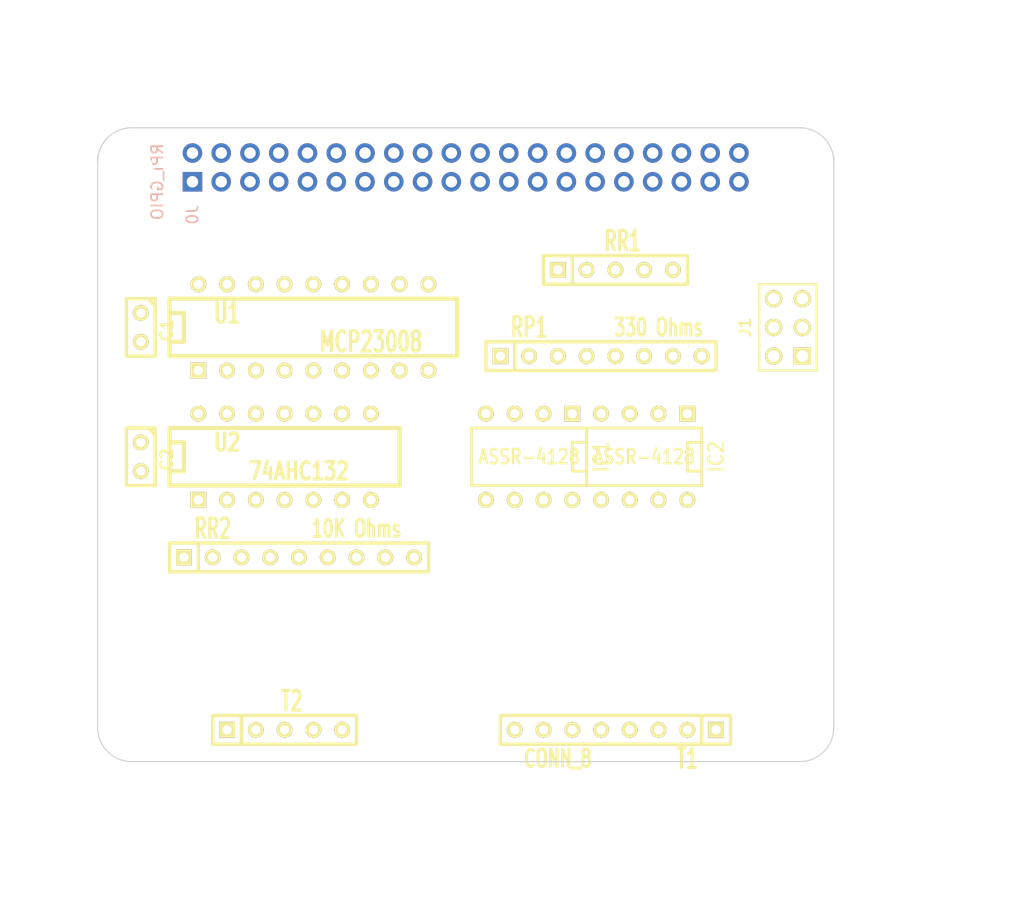
<source format=kicad_pcb>
(kicad_pcb (version 3) (host pcbnew "(2013-june-11)-stable")

  (general
    (links 66)
    (no_connects 66)
    (area 38.050999 31.843999 103.151001 87.944001)
    (thickness 1.6)
    (drawings 16)
    (tracks 0)
    (zones 0)
    (modules 17)
    (nets 36)
  )

  (page USLetter)
  (title_block 
    (company "Deepwoods Software")
  )

  (layers
    (15 F.Cu signal)
    (0 B.Cu signal)
    (16 B.Adhes user)
    (17 F.Adhes user)
    (18 B.Paste user)
    (19 F.Paste user)
    (20 B.SilkS user)
    (21 F.SilkS user)
    (22 B.Mask user)
    (23 F.Mask user)
    (24 Dwgs.User user)
    (25 Cmts.User user)
    (26 Eco1.User user)
    (27 Eco2.User user)
    (28 Edge.Cuts user)
  )

  (setup
    (last_trace_width 0.25)
    (user_trace_width 0.01)
    (user_trace_width 0.02)
    (user_trace_width 0.05)
    (user_trace_width 0.1)
    (user_trace_width 0.2)
    (trace_clearance 0.2)
    (zone_clearance 0.508)
    (zone_45_only no)
    (trace_min 0.01)
    (segment_width 0.2)
    (edge_width 0.1)
    (via_size 0.6)
    (via_drill 0.4)
    (via_min_size 0.4)
    (via_min_drill 0.3)
    (uvia_size 0.3)
    (uvia_drill 0.1)
    (uvias_allowed no)
    (uvia_min_size 0.2)
    (uvia_min_drill 0.1)
    (pcb_text_width 0.3)
    (pcb_text_size 1.5 1.5)
    (mod_edge_width 0.15)
    (mod_text_size 1 1)
    (mod_text_width 0.15)
    (pad_size 2.75 2.75)
    (pad_drill 2.75)
    (pad_to_mask_clearance 0)
    (aux_axis_origin 0 0)
    (visible_elements 7FFEFFFF)
    (pcbplotparams
      (layerselection 3178497)
      (usegerberextensions false)
      (excludeedgelayer true)
      (linewidth 0.100000)
      (plotframeref false)
      (viasonmask false)
      (mode 1)
      (useauxorigin false)
      (hpglpennumber 1)
      (hpglpenspeed 20)
      (hpglpendiameter 15)
      (hpglpenoverlay 2)
      (psnegative false)
      (psa4output false)
      (plotreference true)
      (plotvalue true)
      (plotothertext true)
      (plotinvisibletext false)
      (padsonsilk false)
      (subtractmaskfromsilk false)
      (outputformat 1)
      (mirror false)
      (drillshape 0)
      (scaleselection 1)
      (outputdirectory meta/))
  )

  (net 0 "")
  (net 1 GND)
  (net 2 N-000001)
  (net 3 N-0000010)
  (net 4 N-0000011)
  (net 5 N-0000012)
  (net 6 N-0000013)
  (net 7 N-0000014)
  (net 8 N-0000015)
  (net 9 N-0000017)
  (net 10 N-0000018)
  (net 11 N-0000019)
  (net 12 N-0000020)
  (net 13 N-0000021)
  (net 14 N-0000022)
  (net 15 N-0000023)
  (net 16 N-0000024)
  (net 17 N-0000025)
  (net 18 N-0000026)
  (net 19 N-0000027)
  (net 20 N-0000029)
  (net 21 N-000003)
  (net 22 N-000004)
  (net 23 N-0000041)
  (net 24 N-0000043)
  (net 25 N-000005)
  (net 26 N-0000060)
  (net 27 N-0000061)
  (net 28 N-0000062)
  (net 29 N-0000063)
  (net 30 N-0000064)
  (net 31 N-0000065)
  (net 32 N-000007)
  (net 33 N-000008)
  (net 34 N-000009)
  (net 35 VDD)

  (net_class Default "This is the default net class."
    (clearance 0.2)
    (trace_width 0.25)
    (via_dia 0.6)
    (via_drill 0.4)
    (uvia_dia 0.3)
    (uvia_drill 0.1)
    (add_net "")
    (add_net GND)
    (add_net N-000001)
    (add_net N-0000010)
    (add_net N-0000011)
    (add_net N-0000012)
    (add_net N-0000013)
    (add_net N-0000014)
    (add_net N-0000015)
    (add_net N-0000017)
    (add_net N-0000018)
    (add_net N-0000019)
    (add_net N-0000020)
    (add_net N-0000021)
    (add_net N-0000022)
    (add_net N-0000023)
    (add_net N-0000024)
    (add_net N-0000025)
    (add_net N-0000026)
    (add_net N-0000027)
    (add_net N-0000029)
    (add_net N-000003)
    (add_net N-000004)
    (add_net N-0000041)
    (add_net N-0000043)
    (add_net N-000005)
    (add_net N-0000060)
    (add_net N-0000061)
    (add_net N-0000062)
    (add_net N-0000063)
    (add_net N-0000064)
    (add_net N-0000065)
    (add_net N-000007)
    (add_net N-000008)
    (add_net N-000009)
    (add_net VDD)
  )

  (module RPi_Hat:Pin_Header_Straight_2x20   locked (layer B.Cu) (tedit 580FA54B) (tstamp 5516AEA0)
    (at 70.601 35.394 90)
    (descr "Through hole pin header")
    (tags "pin header")
    (path /5516AE26)
    (fp_text reference J0 (at -4.191 -24.13 90) (layer B.SilkS)
      (effects (font (size 1 1) (thickness 0.15)) (justify mirror))
    )
    (fp_text value RPi_GPIO (at -1.27 -27.23 90) (layer B.SilkS)
      (effects (font (size 1 1) (thickness 0.15)) (justify mirror))
    )
    (fp_line (start -3.02 -25.88) (end -3.02 25.92) (layer Cmts.User) (width 0.05))
    (fp_line (start 3.03 -25.88) (end 3.03 25.92) (layer Cmts.User) (width 0.05))
    (fp_line (start -3.02 -25.88) (end 3.03 -25.88) (layer Cmts.User) (width 0.05))
    (fp_line (start -3.02 25.92) (end 3.03 25.92) (layer Cmts.User) (width 0.05))
    (fp_line (start 2.54 25.4) (end 2.54 -25.4) (layer Cmts.User) (width 0.15))
    (fp_line (start -2.54 -22.86) (end -2.54 25.4) (layer Cmts.User) (width 0.15))
    (fp_line (start 2.54 25.4) (end -2.54 25.4) (layer Cmts.User) (width 0.15))
    (fp_line (start 2.54 -25.4) (end 0 -25.4) (layer Cmts.User) (width 0.15))
    (fp_line (start -1.27 -25.68) (end -2.82 -25.68) (layer Cmts.User) (width 0.15))
    (fp_line (start 0 -25.4) (end 0 -22.86) (layer Cmts.User) (width 0.15))
    (fp_line (start 0 -22.86) (end -2.54 -22.86) (layer Cmts.User) (width 0.15))
    (fp_line (start -2.82 -25.68) (end -2.82 -24.13) (layer Cmts.User) (width 0.15))
    (pad 1 thru_hole rect (at -1.27 -24.13 90) (size 1.7272 1.7272) (drill 1.016)
      (layers *.Cu *.Mask)
      (net 35 VDD)
    )
    (pad 2 thru_hole oval (at 1.27 -24.13 90) (size 1.7272 1.7272) (drill 1.016)
      (layers *.Cu *.Mask)
    )
    (pad 3 thru_hole oval (at -1.27 -21.59 90) (size 1.7272 1.7272) (drill 1.016)
      (layers *.Cu *.Mask)
      (net 24 N-0000043)
    )
    (pad 4 thru_hole oval (at 1.27 -21.59 90) (size 1.7272 1.7272) (drill 1.016)
      (layers *.Cu *.Mask)
    )
    (pad 5 thru_hole oval (at -1.27 -19.05 90) (size 1.7272 1.7272) (drill 1.016)
      (layers *.Cu *.Mask)
      (net 23 N-0000041)
    )
    (pad 6 thru_hole oval (at 1.27 -19.05 90) (size 1.7272 1.7272) (drill 1.016)
      (layers *.Cu *.Mask)
      (net 1 GND)
    )
    (pad 7 thru_hole oval (at -1.27 -16.51 90) (size 1.7272 1.7272) (drill 1.016)
      (layers *.Cu *.Mask)
    )
    (pad 8 thru_hole oval (at 1.27 -16.51 90) (size 1.7272 1.7272) (drill 1.016)
      (layers *.Cu *.Mask)
    )
    (pad 9 thru_hole oval (at -1.27 -13.97 90) (size 1.7272 1.7272) (drill 1.016)
      (layers *.Cu *.Mask)
      (net 1 GND)
    )
    (pad 10 thru_hole oval (at 1.27 -13.97 90) (size 1.7272 1.7272) (drill 1.016)
      (layers *.Cu *.Mask)
    )
    (pad 11 thru_hole oval (at -1.27 -11.43 90) (size 1.7272 1.7272) (drill 1.016)
      (layers *.Cu *.Mask)
    )
    (pad 12 thru_hole oval (at 1.27 -11.43 90) (size 1.7272 1.7272) (drill 1.016)
      (layers *.Cu *.Mask)
    )
    (pad 13 thru_hole oval (at -1.27 -8.89 90) (size 1.7272 1.7272) (drill 1.016)
      (layers *.Cu *.Mask)
    )
    (pad 14 thru_hole oval (at 1.27 -8.89 90) (size 1.7272 1.7272) (drill 1.016)
      (layers *.Cu *.Mask)
      (net 1 GND)
    )
    (pad 15 thru_hole oval (at -1.27 -6.35 90) (size 1.7272 1.7272) (drill 1.016)
      (layers *.Cu *.Mask)
    )
    (pad 16 thru_hole oval (at 1.27 -6.35 90) (size 1.7272 1.7272) (drill 1.016)
      (layers *.Cu *.Mask)
    )
    (pad 17 thru_hole oval (at -1.27 -3.81 90) (size 1.7272 1.7272) (drill 1.016)
      (layers *.Cu *.Mask)
      (net 35 VDD)
    )
    (pad 18 thru_hole oval (at 1.27 -3.81 90) (size 1.7272 1.7272) (drill 1.016)
      (layers *.Cu *.Mask)
    )
    (pad 19 thru_hole oval (at -1.27 -1.27 90) (size 1.7272 1.7272) (drill 1.016)
      (layers *.Cu *.Mask)
    )
    (pad 20 thru_hole oval (at 1.27 -1.27 90) (size 1.7272 1.7272) (drill 1.016)
      (layers *.Cu *.Mask)
      (net 1 GND)
    )
    (pad 21 thru_hole oval (at -1.27 1.27 90) (size 1.7272 1.7272) (drill 1.016)
      (layers *.Cu *.Mask)
    )
    (pad 22 thru_hole oval (at 1.27 1.27 90) (size 1.7272 1.7272) (drill 1.016)
      (layers *.Cu *.Mask)
    )
    (pad 23 thru_hole oval (at -1.27 3.81 90) (size 1.7272 1.7272) (drill 1.016)
      (layers *.Cu *.Mask)
    )
    (pad 24 thru_hole oval (at 1.27 3.81 90) (size 1.7272 1.7272) (drill 1.016)
      (layers *.Cu *.Mask)
    )
    (pad 25 thru_hole oval (at -1.27 6.35 90) (size 1.7272 1.7272) (drill 1.016)
      (layers *.Cu *.Mask)
      (net 1 GND)
    )
    (pad 26 thru_hole oval (at 1.27 6.35 90) (size 1.7272 1.7272) (drill 1.016)
      (layers *.Cu *.Mask)
    )
    (pad 27 thru_hole oval (at -1.27 8.89 90) (size 1.7272 1.7272) (drill 1.016)
      (layers *.Cu *.Mask)
    )
    (pad 28 thru_hole oval (at 1.27 8.89 90) (size 1.7272 1.7272) (drill 1.016)
      (layers *.Cu *.Mask)
    )
    (pad 29 thru_hole oval (at -1.27 11.43 90) (size 1.7272 1.7272) (drill 1.016)
      (layers *.Cu *.Mask)
    )
    (pad 30 thru_hole oval (at 1.27 11.43 90) (size 1.7272 1.7272) (drill 1.016)
      (layers *.Cu *.Mask)
      (net 1 GND)
    )
    (pad 31 thru_hole oval (at -1.27 13.97 90) (size 1.7272 1.7272) (drill 1.016)
      (layers *.Cu *.Mask)
    )
    (pad 32 thru_hole oval (at 1.27 13.97 90) (size 1.7272 1.7272) (drill 1.016)
      (layers *.Cu *.Mask)
    )
    (pad 33 thru_hole oval (at -1.27 16.51 90) (size 1.7272 1.7272) (drill 1.016)
      (layers *.Cu *.Mask)
    )
    (pad 34 thru_hole oval (at 1.27 16.51 90) (size 1.7272 1.7272) (drill 1.016)
      (layers *.Cu *.Mask)
      (net 1 GND)
    )
    (pad 35 thru_hole oval (at -1.27 19.05 90) (size 1.7272 1.7272) (drill 1.016)
      (layers *.Cu *.Mask)
    )
    (pad 36 thru_hole oval (at 1.27 19.05 90) (size 1.7272 1.7272) (drill 1.016)
      (layers *.Cu *.Mask)
    )
    (pad 37 thru_hole oval (at -1.27 21.59 90) (size 1.7272 1.7272) (drill 1.016)
      (layers *.Cu *.Mask)
    )
    (pad 38 thru_hole oval (at 1.27 21.59 90) (size 1.7272 1.7272) (drill 1.016)
      (layers *.Cu *.Mask)
    )
    (pad 39 thru_hole oval (at -1.27 24.13 90) (size 1.7272 1.7272) (drill 1.016)
      (layers *.Cu *.Mask)
      (net 1 GND)
    )
    (pad 40 thru_hole oval (at 1.27 24.13 90) (size 1.7272 1.7272) (drill 1.016)
      (layers *.Cu *.Mask)
    )
    (model Pin_Headers.3dshapes/Pin_Header_Straight_2x20.wrl
      (at (xyz 0 0 0))
      (scale (xyz 1 1 1))
      (rotate (xyz 0 0 90))
    )
  )

  (module RPi_Hat:RPi_Hat_Mounting_Hole   locked (layer B.Cu) (tedit 580FABD5) (tstamp 5515DEA9)
    (at 99.601 35.394)
    (descr "Mounting hole, Befestigungsbohrung, 2,7mm, No Annular, Kein Restring,")
    (tags "Mounting hole, Befestigungsbohrung, 2,7mm, No Annular, Kein Restring,")
    (fp_text reference H2 (at 0 -4.0005) (layer B.SilkS) hide
      (effects (font (size 1 1) (thickness 0.15)) (justify mirror))
    )
    (fp_text value "" (at 0.09906 3.59918) (layer B.SilkS) hide
      (effects (font (size 1 1) (thickness 0.15)) (justify mirror))
    )
    (fp_circle (center 0 0) (end 1.375 0) (layer Cmts.User) (width 0.15))
    (fp_circle (center 0 0) (end 3.1 0) (layer Cmts.User) (width 0.15))
    (fp_circle (center 0 0) (end 3.1 0) (layer Cmts.User) (width 0.15))
    (fp_circle (center 0 0) (end 1.375 0) (layer Cmts.User) (width 0.15))
    (fp_circle (center 0 0) (end 3.1 0) (layer Cmts.User) (width 0.15))
    (fp_circle (center 0 0) (end 3.1 0) (layer Cmts.User) (width 0.15))
    (pad "" np_thru_hole circle (at 0 0) (size 2.75 2.75) (drill 2.75)
      (layers *.Cu *.Mask)
      (solder_mask_margin 1.725)
      (clearance 1.725)
    )
  )

  (module RPi_Hat:RPi_Hat_Mounting_Hole   locked (layer B.Cu) (tedit 580FABF4) (tstamp 55169DC9)
    (at 99.601 84.394)
    (descr "Mounting hole, Befestigungsbohrung, 2,7mm, No Annular, Kein Restring,")
    (tags "Mounting hole, Befestigungsbohrung, 2,7mm, No Annular, Kein Restring,")
    (fp_text reference H4 (at 0 -4.0005) (layer B.SilkS) hide
      (effects (font (size 1 1) (thickness 0.15)) (justify mirror))
    )
    (fp_text value "" (at 0.09906 3.59918) (layer B.SilkS) hide
      (effects (font (size 1 1) (thickness 0.15)) (justify mirror))
    )
    (fp_circle (center 0 0) (end 1.375 0) (layer Cmts.User) (width 0.15))
    (fp_circle (center 0 0) (end 3.1 0) (layer Cmts.User) (width 0.15))
    (fp_circle (center 0 0) (end 3.1 0) (layer Cmts.User) (width 0.15))
    (fp_circle (center 0 0) (end 1.375 0) (layer Cmts.User) (width 0.15))
    (fp_circle (center 0 0) (end 3.1 0) (layer Cmts.User) (width 0.15))
    (fp_circle (center 0 0) (end 3.1 0) (layer Cmts.User) (width 0.15))
    (pad "" np_thru_hole circle (at 0 0) (size 2.75 2.75) (drill 2.75)
      (layers *.Cu *.Mask)
      (solder_mask_margin 1.725)
      (clearance 1.725)
    )
  )

  (module RPi_Hat:RPi_Hat_Mounting_Hole   locked (layer B.Cu) (tedit 580FABE5) (tstamp 5515DECC)
    (at 41.601 84.394)
    (descr "Mounting hole, Befestigungsbohrung, 2,7mm, No Annular, Kein Restring,")
    (tags "Mounting hole, Befestigungsbohrung, 2,7mm, No Annular, Kein Restring,")
    (fp_text reference H3 (at 0 -4.0005) (layer B.SilkS) hide
      (effects (font (size 1 1) (thickness 0.15)) (justify mirror))
    )
    (fp_text value "" (at 0.09906 3.59918) (layer B.SilkS) hide
      (effects (font (size 1 1) (thickness 0.15)) (justify mirror))
    )
    (fp_circle (center 0 0) (end 1.375 0) (layer Cmts.User) (width 0.15))
    (fp_circle (center 0 0) (end 3.1 0) (layer Cmts.User) (width 0.15))
    (fp_circle (center 0 0) (end 3.1 0) (layer Cmts.User) (width 0.15))
    (fp_circle (center 0 0) (end 1.375 0) (layer Cmts.User) (width 0.15))
    (fp_circle (center 0 0) (end 3.1 0) (layer Cmts.User) (width 0.15))
    (fp_circle (center 0 0) (end 3.1 0) (layer Cmts.User) (width 0.15))
    (pad "" np_thru_hole circle (at 0 0) (size 2.75 2.75) (drill 2.75)
      (layers *.Cu *.Mask)
      (solder_mask_margin 1.725)
      (clearance 1.725)
    )
  )

  (module RPi_Hat:RPi_Hat_Mounting_Hole   locked (layer B.Cu) (tedit 580FABC5) (tstamp 5515DEBF)
    (at 41.601 35.394)
    (descr "Mounting hole, Befestigungsbohrung, 2,7mm, No Annular, Kein Restring,")
    (tags "Mounting hole, Befestigungsbohrung, 2,7mm, No Annular, Kein Restring,")
    (fp_text reference H1 (at 0 -4.0005) (layer B.SilkS) hide
      (effects (font (size 1 1) (thickness 0.15)) (justify mirror))
    )
    (fp_text value "" (at 0.09906 3.59918) (layer B.SilkS) hide
      (effects (font (size 1 1) (thickness 0.15)) (justify mirror))
    )
    (fp_circle (center 0 0) (end 1.375 0) (layer Cmts.User) (width 0.15))
    (fp_circle (center 0 0) (end 3.1 0) (layer Cmts.User) (width 0.15))
    (fp_circle (center 0 0) (end 3.1 0) (layer Cmts.User) (width 0.15))
    (fp_circle (center 0 0) (end 1.375 0) (layer Cmts.User) (width 0.15))
    (fp_circle (center 0 0) (end 3.1 0) (layer Cmts.User) (width 0.15))
    (fp_circle (center 0 0) (end 3.1 0) (layer Cmts.User) (width 0.15))
    (pad "" np_thru_hole circle (at 0 0) (size 2.75 2.75) (drill 2.75)
      (layers *.Cu *.Mask)
      (solder_mask_margin 1.725)
      (clearance 1.725)
    )
  )

  (module SIL-9 (layer F.Cu) (tedit 200000) (tstamp 58920679)
    (at 55.88 69.85)
    (descr "Connecteur 9 pins")
    (tags "CONN DEV")
    (path /58914989)
    (fp_text reference RR2 (at -7.62 -2.54) (layer F.SilkS)
      (effects (font (size 1.72974 1.08712) (thickness 0.3048)))
    )
    (fp_text value "10K Ohms" (at 5.08 -2.54) (layer F.SilkS)
      (effects (font (size 1.524 1.016) (thickness 0.3048)))
    )
    (fp_line (start 11.43 -1.27) (end 11.43 1.27) (layer F.SilkS) (width 0.3048))
    (fp_line (start 11.43 1.27) (end -11.43 1.27) (layer F.SilkS) (width 0.3048))
    (fp_line (start -11.43 1.27) (end -11.43 -1.27) (layer F.SilkS) (width 0.3048))
    (fp_line (start 11.43 -1.27) (end -11.43 -1.27) (layer F.SilkS) (width 0.3048))
    (fp_line (start -8.89 -1.27) (end -8.89 1.27) (layer F.SilkS) (width 0.3048))
    (pad 1 thru_hole rect (at -10.16 0) (size 1.397 1.397) (drill 0.8128)
      (layers *.Cu *.Mask F.SilkS)
      (net 35 VDD)
    )
    (pad 2 thru_hole circle (at -7.62 0) (size 1.397 1.397) (drill 0.8128)
      (layers *.Cu *.Mask F.SilkS)
      (net 16 N-0000024)
    )
    (pad 3 thru_hole circle (at -5.08 0) (size 1.397 1.397) (drill 0.8128)
      (layers *.Cu *.Mask F.SilkS)
      (net 2 N-000001)
    )
    (pad 4 thru_hole circle (at -2.54 0) (size 1.397 1.397) (drill 0.8128)
      (layers *.Cu *.Mask F.SilkS)
      (net 15 N-0000023)
    )
    (pad 5 thru_hole circle (at 0 0) (size 1.397 1.397) (drill 0.8128)
      (layers *.Cu *.Mask F.SilkS)
      (net 25 N-000005)
    )
    (pad 6 thru_hole circle (at 2.54 0) (size 1.397 1.397) (drill 0.8128)
      (layers *.Cu *.Mask F.SilkS)
      (net 7 N-0000014)
    )
    (pad 7 thru_hole circle (at 5.08 0) (size 1.397 1.397) (drill 0.8128)
      (layers *.Cu *.Mask F.SilkS)
      (net 22 N-000004)
    )
    (pad 8 thru_hole circle (at 7.62 0) (size 1.397 1.397) (drill 0.8128)
      (layers *.Cu *.Mask F.SilkS)
      (net 6 N-0000013)
    )
    (pad 9 thru_hole circle (at 10.16 0) (size 1.397 1.397) (drill 0.8128)
      (layers *.Cu *.Mask F.SilkS)
      (net 21 N-000003)
    )
  )

  (module SIL-8 (layer F.Cu) (tedit 200000) (tstamp 5892068A)
    (at 83.82 85.09 180)
    (descr "Connecteur 8 pins")
    (tags "CONN DEV")
    (path /58914DBB)
    (fp_text reference T1 (at -6.35 -2.54 180) (layer F.SilkS)
      (effects (font (size 1.72974 1.08712) (thickness 0.3048)))
    )
    (fp_text value CONN_8 (at 5.08 -2.54 180) (layer F.SilkS)
      (effects (font (size 1.524 1.016) (thickness 0.3048)))
    )
    (fp_line (start -10.16 -1.27) (end 10.16 -1.27) (layer F.SilkS) (width 0.3048))
    (fp_line (start 10.16 -1.27) (end 10.16 1.27) (layer F.SilkS) (width 0.3048))
    (fp_line (start 10.16 1.27) (end -10.16 1.27) (layer F.SilkS) (width 0.3048))
    (fp_line (start -10.16 1.27) (end -10.16 -1.27) (layer F.SilkS) (width 0.3048))
    (fp_line (start -7.62 1.27) (end -7.62 -1.27) (layer F.SilkS) (width 0.3048))
    (pad 1 thru_hole rect (at -8.89 0 180) (size 1.397 1.397) (drill 0.8128)
      (layers *.Cu *.Mask F.SilkS)
      (net 14 N-0000022)
    )
    (pad 2 thru_hole circle (at -6.35 0 180) (size 1.397 1.397) (drill 0.8128)
      (layers *.Cu *.Mask F.SilkS)
      (net 13 N-0000021)
    )
    (pad 3 thru_hole circle (at -3.81 0 180) (size 1.397 1.397) (drill 0.8128)
      (layers *.Cu *.Mask F.SilkS)
      (net 12 N-0000020)
    )
    (pad 4 thru_hole circle (at -1.27 0 180) (size 1.397 1.397) (drill 0.8128)
      (layers *.Cu *.Mask F.SilkS)
      (net 11 N-0000019)
    )
    (pad 5 thru_hole circle (at 1.27 0 180) (size 1.397 1.397) (drill 0.8128)
      (layers *.Cu *.Mask F.SilkS)
      (net 10 N-0000018)
    )
    (pad 6 thru_hole circle (at 3.81 0 180) (size 1.397 1.397) (drill 0.8128)
      (layers *.Cu *.Mask F.SilkS)
      (net 19 N-0000027)
    )
    (pad 7 thru_hole circle (at 6.35 0 180) (size 1.397 1.397) (drill 0.8128)
      (layers *.Cu *.Mask F.SilkS)
      (net 18 N-0000026)
    )
    (pad 8 thru_hole circle (at 8.89 0 180) (size 1.397 1.397) (drill 0.8128)
      (layers *.Cu *.Mask F.SilkS)
      (net 17 N-0000025)
    )
  )

  (module SIL-8 (layer F.Cu) (tedit 200000) (tstamp 5892069B)
    (at 82.55 52.07)
    (descr "Connecteur 8 pins")
    (tags "CONN DEV")
    (path /5891FBF0)
    (fp_text reference RP1 (at -6.35 -2.54) (layer F.SilkS)
      (effects (font (size 1.72974 1.08712) (thickness 0.3048)))
    )
    (fp_text value "330 Ohms" (at 5.08 -2.54) (layer F.SilkS)
      (effects (font (size 1.524 1.016) (thickness 0.3048)))
    )
    (fp_line (start -10.16 -1.27) (end 10.16 -1.27) (layer F.SilkS) (width 0.3048))
    (fp_line (start 10.16 -1.27) (end 10.16 1.27) (layer F.SilkS) (width 0.3048))
    (fp_line (start 10.16 1.27) (end -10.16 1.27) (layer F.SilkS) (width 0.3048))
    (fp_line (start -10.16 1.27) (end -10.16 -1.27) (layer F.SilkS) (width 0.3048))
    (fp_line (start -7.62 1.27) (end -7.62 -1.27) (layer F.SilkS) (width 0.3048))
    (pad 1 thru_hole rect (at -8.89 0) (size 1.397 1.397) (drill 0.8128)
      (layers *.Cu *.Mask F.SilkS)
      (net 5 N-0000012)
    )
    (pad 2 thru_hole circle (at -6.35 0) (size 1.397 1.397) (drill 0.8128)
      (layers *.Cu *.Mask F.SilkS)
      (net 27 N-0000061)
    )
    (pad 3 thru_hole circle (at -3.81 0) (size 1.397 1.397) (drill 0.8128)
      (layers *.Cu *.Mask F.SilkS)
      (net 4 N-0000011)
    )
    (pad 4 thru_hole circle (at -1.27 0) (size 1.397 1.397) (drill 0.8128)
      (layers *.Cu *.Mask F.SilkS)
      (net 26 N-0000060)
    )
    (pad 5 thru_hole circle (at 1.27 0) (size 1.397 1.397) (drill 0.8128)
      (layers *.Cu *.Mask F.SilkS)
      (net 9 N-0000017)
    )
    (pad 6 thru_hole circle (at 3.81 0) (size 1.397 1.397) (drill 0.8128)
      (layers *.Cu *.Mask F.SilkS)
      (net 31 N-0000065)
    )
    (pad 7 thru_hole circle (at 6.35 0) (size 1.397 1.397) (drill 0.8128)
      (layers *.Cu *.Mask F.SilkS)
    )
    (pad 8 thru_hole circle (at 8.89 0) (size 1.397 1.397) (drill 0.8128)
      (layers *.Cu *.Mask F.SilkS)
      (net 8 N-0000015)
    )
  )

  (module SIL-5 (layer F.Cu) (tedit 200000) (tstamp 589206A9)
    (at 85.09 44.45)
    (descr "Connecteur 5 pins")
    (tags "CONN DEV")
    (path /589105E8)
    (fp_text reference RR1 (at -0.635 -2.54) (layer F.SilkS)
      (effects (font (size 1.72974 1.08712) (thickness 0.3048)))
    )
    (fp_text value "10K Ohms" (at 0 -2.54) (layer F.SilkS) hide
      (effects (font (size 1.524 1.016) (thickness 0.3048)))
    )
    (fp_line (start -7.62 1.27) (end -7.62 -1.27) (layer F.SilkS) (width 0.3048))
    (fp_line (start -7.62 -1.27) (end 5.08 -1.27) (layer F.SilkS) (width 0.3048))
    (fp_line (start 5.08 -1.27) (end 5.08 1.27) (layer F.SilkS) (width 0.3048))
    (fp_line (start 5.08 1.27) (end -7.62 1.27) (layer F.SilkS) (width 0.3048))
    (fp_line (start -5.08 1.27) (end -5.08 -1.27) (layer F.SilkS) (width 0.3048))
    (pad 1 thru_hole rect (at -6.35 0) (size 1.397 1.397) (drill 0.8128)
      (layers *.Cu *.Mask F.SilkS)
      (net 35 VDD)
    )
    (pad 2 thru_hole circle (at -3.81 0) (size 1.397 1.397) (drill 0.8128)
      (layers *.Cu *.Mask F.SilkS)
      (net 28 N-0000062)
    )
    (pad 3 thru_hole circle (at -1.27 0) (size 1.397 1.397) (drill 0.8128)
      (layers *.Cu *.Mask F.SilkS)
      (net 30 N-0000064)
    )
    (pad 4 thru_hole circle (at 1.27 0) (size 1.397 1.397) (drill 0.8128)
      (layers *.Cu *.Mask F.SilkS)
      (net 29 N-0000063)
    )
    (pad 5 thru_hole circle (at 3.81 0) (size 1.397 1.397) (drill 0.8128)
      (layers *.Cu *.Mask F.SilkS)
      (net 20 N-0000029)
    )
  )

  (module SIL-5 (layer F.Cu) (tedit 200000) (tstamp 589206B7)
    (at 55.88 85.09)
    (descr "Connecteur 5 pins")
    (tags "CONN DEV")
    (path /58915323)
    (fp_text reference T2 (at -0.635 -2.54) (layer F.SilkS)
      (effects (font (size 1.72974 1.08712) (thickness 0.3048)))
    )
    (fp_text value CONN_5 (at 0 -2.54) (layer F.SilkS) hide
      (effects (font (size 1.524 1.016) (thickness 0.3048)))
    )
    (fp_line (start -7.62 1.27) (end -7.62 -1.27) (layer F.SilkS) (width 0.3048))
    (fp_line (start -7.62 -1.27) (end 5.08 -1.27) (layer F.SilkS) (width 0.3048))
    (fp_line (start 5.08 -1.27) (end 5.08 1.27) (layer F.SilkS) (width 0.3048))
    (fp_line (start 5.08 1.27) (end -7.62 1.27) (layer F.SilkS) (width 0.3048))
    (fp_line (start -5.08 1.27) (end -5.08 -1.27) (layer F.SilkS) (width 0.3048))
    (pad 1 thru_hole rect (at -6.35 0) (size 1.397 1.397) (drill 0.8128)
      (layers *.Cu *.Mask F.SilkS)
      (net 16 N-0000024)
    )
    (pad 2 thru_hole circle (at -3.81 0) (size 1.397 1.397) (drill 0.8128)
      (layers *.Cu *.Mask F.SilkS)
      (net 15 N-0000023)
    )
    (pad 3 thru_hole circle (at -1.27 0) (size 1.397 1.397) (drill 0.8128)
      (layers *.Cu *.Mask F.SilkS)
      (net 7 N-0000014)
    )
    (pad 4 thru_hole circle (at 1.27 0) (size 1.397 1.397) (drill 0.8128)
      (layers *.Cu *.Mask F.SilkS)
      (net 6 N-0000013)
    )
    (pad 5 thru_hole circle (at 3.81 0) (size 1.397 1.397) (drill 0.8128)
      (layers *.Cu *.Mask F.SilkS)
      (net 1 GND)
    )
  )

  (module pin_array_3x2 (layer F.Cu) (tedit 42931587) (tstamp 589206C5)
    (at 99.06 49.53 90)
    (descr "Double rangee de contacts 2 x 4 pins")
    (tags CONN)
    (path /589102CA)
    (fp_text reference J1 (at 0 -3.81 90) (layer F.SilkS)
      (effects (font (size 1.016 1.016) (thickness 0.2032)))
    )
    (fp_text value CONN_3X2 (at 0 3.81 90) (layer F.SilkS) hide
      (effects (font (size 1.016 1.016) (thickness 0.2032)))
    )
    (fp_line (start 3.81 2.54) (end -3.81 2.54) (layer F.SilkS) (width 0.2032))
    (fp_line (start -3.81 -2.54) (end 3.81 -2.54) (layer F.SilkS) (width 0.2032))
    (fp_line (start 3.81 -2.54) (end 3.81 2.54) (layer F.SilkS) (width 0.2032))
    (fp_line (start -3.81 2.54) (end -3.81 -2.54) (layer F.SilkS) (width 0.2032))
    (pad 1 thru_hole rect (at -2.54 1.27 90) (size 1.524 1.524) (drill 1.016)
      (layers *.Cu *.Mask F.SilkS)
      (net 1 GND)
    )
    (pad 2 thru_hole circle (at -2.54 -1.27 90) (size 1.524 1.524) (drill 1.016)
      (layers *.Cu *.Mask F.SilkS)
      (net 28 N-0000062)
    )
    (pad 3 thru_hole circle (at 0 1.27 90) (size 1.524 1.524) (drill 1.016)
      (layers *.Cu *.Mask F.SilkS)
      (net 1 GND)
    )
    (pad 4 thru_hole circle (at 0 -1.27 90) (size 1.524 1.524) (drill 1.016)
      (layers *.Cu *.Mask F.SilkS)
      (net 30 N-0000064)
    )
    (pad 5 thru_hole circle (at 2.54 1.27 90) (size 1.524 1.524) (drill 1.016)
      (layers *.Cu *.Mask F.SilkS)
      (net 1 GND)
    )
    (pad 6 thru_hole circle (at 2.54 -1.27 90) (size 1.524 1.524) (drill 1.016)
      (layers *.Cu *.Mask F.SilkS)
      (net 29 N-0000063)
    )
    (model pin_array/pins_array_3x2.wrl
      (at (xyz 0 0 0))
      (scale (xyz 1 1 1))
      (rotate (xyz 0 0 0))
    )
  )

  (module DIP-8__300 (layer F.Cu) (tedit 43A7F843) (tstamp 589206D8)
    (at 76.2 60.96 180)
    (descr "8 pins DIL package, round pads")
    (tags DIL)
    (path /58913B07)
    (fp_text reference IC1 (at -6.35 0 270) (layer F.SilkS)
      (effects (font (size 1.27 1.143) (thickness 0.2032)))
    )
    (fp_text value ASSR-4128 (at 0 0 180) (layer F.SilkS)
      (effects (font (size 1.27 1.016) (thickness 0.2032)))
    )
    (fp_line (start -5.08 -1.27) (end -3.81 -1.27) (layer F.SilkS) (width 0.254))
    (fp_line (start -3.81 -1.27) (end -3.81 1.27) (layer F.SilkS) (width 0.254))
    (fp_line (start -3.81 1.27) (end -5.08 1.27) (layer F.SilkS) (width 0.254))
    (fp_line (start -5.08 -2.54) (end 5.08 -2.54) (layer F.SilkS) (width 0.254))
    (fp_line (start 5.08 -2.54) (end 5.08 2.54) (layer F.SilkS) (width 0.254))
    (fp_line (start 5.08 2.54) (end -5.08 2.54) (layer F.SilkS) (width 0.254))
    (fp_line (start -5.08 2.54) (end -5.08 -2.54) (layer F.SilkS) (width 0.254))
    (pad 1 thru_hole rect (at -3.81 3.81 180) (size 1.397 1.397) (drill 0.8128)
      (layers *.Cu *.Mask F.SilkS)
      (net 27 N-0000061)
    )
    (pad 2 thru_hole circle (at -1.27 3.81 180) (size 1.397 1.397) (drill 0.8128)
      (layers *.Cu *.Mask F.SilkS)
      (net 1 GND)
    )
    (pad 3 thru_hole circle (at 1.27 3.81 180) (size 1.397 1.397) (drill 0.8128)
      (layers *.Cu *.Mask F.SilkS)
      (net 26 N-0000060)
    )
    (pad 4 thru_hole circle (at 3.81 3.81 180) (size 1.397 1.397) (drill 0.8128)
      (layers *.Cu *.Mask F.SilkS)
      (net 1 GND)
    )
    (pad 5 thru_hole circle (at 3.81 -3.81 180) (size 1.397 1.397) (drill 0.8128)
      (layers *.Cu *.Mask F.SilkS)
      (net 11 N-0000019)
    )
    (pad 6 thru_hole circle (at 1.27 -3.81 180) (size 1.397 1.397) (drill 0.8128)
      (layers *.Cu *.Mask F.SilkS)
      (net 12 N-0000020)
    )
    (pad 7 thru_hole circle (at -1.27 -3.81 180) (size 1.397 1.397) (drill 0.8128)
      (layers *.Cu *.Mask F.SilkS)
      (net 13 N-0000021)
    )
    (pad 8 thru_hole circle (at -3.81 -3.81 180) (size 1.397 1.397) (drill 0.8128)
      (layers *.Cu *.Mask F.SilkS)
      (net 14 N-0000022)
    )
    (model dil/dil_8.wrl
      (at (xyz 0 0 0))
      (scale (xyz 1 1 1))
      (rotate (xyz 0 0 0))
    )
  )

  (module DIP-8__300 (layer F.Cu) (tedit 43A7F843) (tstamp 589206EB)
    (at 86.36 60.96 180)
    (descr "8 pins DIL package, round pads")
    (tags DIL)
    (path /58913B3E)
    (fp_text reference IC2 (at -6.35 0 270) (layer F.SilkS)
      (effects (font (size 1.27 1.143) (thickness 0.2032)))
    )
    (fp_text value ASSR-4128 (at 0 0 180) (layer F.SilkS)
      (effects (font (size 1.27 1.016) (thickness 0.2032)))
    )
    (fp_line (start -5.08 -1.27) (end -3.81 -1.27) (layer F.SilkS) (width 0.254))
    (fp_line (start -3.81 -1.27) (end -3.81 1.27) (layer F.SilkS) (width 0.254))
    (fp_line (start -3.81 1.27) (end -5.08 1.27) (layer F.SilkS) (width 0.254))
    (fp_line (start -5.08 -2.54) (end 5.08 -2.54) (layer F.SilkS) (width 0.254))
    (fp_line (start 5.08 -2.54) (end 5.08 2.54) (layer F.SilkS) (width 0.254))
    (fp_line (start 5.08 2.54) (end -5.08 2.54) (layer F.SilkS) (width 0.254))
    (fp_line (start -5.08 2.54) (end -5.08 -2.54) (layer F.SilkS) (width 0.254))
    (pad 1 thru_hole rect (at -3.81 3.81 180) (size 1.397 1.397) (drill 0.8128)
      (layers *.Cu *.Mask F.SilkS)
      (net 31 N-0000065)
    )
    (pad 2 thru_hole circle (at -1.27 3.81 180) (size 1.397 1.397) (drill 0.8128)
      (layers *.Cu *.Mask F.SilkS)
      (net 1 GND)
    )
    (pad 3 thru_hole circle (at 1.27 3.81 180) (size 1.397 1.397) (drill 0.8128)
      (layers *.Cu *.Mask F.SilkS)
      (net 8 N-0000015)
    )
    (pad 4 thru_hole circle (at 3.81 3.81 180) (size 1.397 1.397) (drill 0.8128)
      (layers *.Cu *.Mask F.SilkS)
      (net 1 GND)
    )
    (pad 5 thru_hole circle (at 3.81 -3.81 180) (size 1.397 1.397) (drill 0.8128)
      (layers *.Cu *.Mask F.SilkS)
      (net 17 N-0000025)
    )
    (pad 6 thru_hole circle (at 1.27 -3.81 180) (size 1.397 1.397) (drill 0.8128)
      (layers *.Cu *.Mask F.SilkS)
      (net 18 N-0000026)
    )
    (pad 7 thru_hole circle (at -1.27 -3.81 180) (size 1.397 1.397) (drill 0.8128)
      (layers *.Cu *.Mask F.SilkS)
      (net 19 N-0000027)
    )
    (pad 8 thru_hole circle (at -3.81 -3.81 180) (size 1.397 1.397) (drill 0.8128)
      (layers *.Cu *.Mask F.SilkS)
      (net 10 N-0000018)
    )
    (model dil/dil_8.wrl
      (at (xyz 0 0 0))
      (scale (xyz 1 1 1))
      (rotate (xyz 0 0 0))
    )
  )

  (module DIP-18__300 (layer F.Cu) (tedit 200000) (tstamp 58920708)
    (at 57.15 49.53)
    (descr "8 pins DIL package, round pads")
    (path /5890FF83)
    (fp_text reference U1 (at -7.62 -1.27) (layer F.SilkS)
      (effects (font (size 1.778 1.143) (thickness 0.3048)))
    )
    (fp_text value MCP23008 (at 5.08 1.27) (layer F.SilkS)
      (effects (font (size 1.778 1.143) (thickness 0.3048)))
    )
    (fp_line (start -12.7 -1.27) (end -11.43 -1.27) (layer F.SilkS) (width 0.381))
    (fp_line (start -11.43 -1.27) (end -11.43 1.27) (layer F.SilkS) (width 0.381))
    (fp_line (start -11.43 1.27) (end -12.7 1.27) (layer F.SilkS) (width 0.381))
    (fp_line (start -12.7 -2.54) (end 12.7 -2.54) (layer F.SilkS) (width 0.381))
    (fp_line (start 12.7 -2.54) (end 12.7 2.54) (layer F.SilkS) (width 0.381))
    (fp_line (start 12.7 2.54) (end -12.7 2.54) (layer F.SilkS) (width 0.381))
    (fp_line (start -12.7 2.54) (end -12.7 -2.54) (layer F.SilkS) (width 0.381))
    (pad 1 thru_hole rect (at -10.16 3.81) (size 1.397 1.397) (drill 0.8128)
      (layers *.Cu *.Mask F.SilkS)
      (net 23 N-0000041)
    )
    (pad 2 thru_hole circle (at -7.62 3.81) (size 1.397 1.397) (drill 0.8128)
      (layers *.Cu *.Mask F.SilkS)
      (net 24 N-0000043)
    )
    (pad 3 thru_hole circle (at -5.08 3.81) (size 1.397 1.397) (drill 0.8128)
      (layers *.Cu *.Mask F.SilkS)
      (net 28 N-0000062)
    )
    (pad 4 thru_hole circle (at -2.54 3.81) (size 1.397 1.397) (drill 0.8128)
      (layers *.Cu *.Mask F.SilkS)
      (net 30 N-0000064)
    )
    (pad 5 thru_hole circle (at 0 3.81) (size 1.397 1.397) (drill 0.8128)
      (layers *.Cu *.Mask F.SilkS)
      (net 29 N-0000063)
    )
    (pad 6 thru_hole circle (at 2.54 3.81) (size 1.397 1.397) (drill 0.8128)
      (layers *.Cu *.Mask F.SilkS)
      (net 20 N-0000029)
    )
    (pad 7 thru_hole circle (at 5.08 3.81) (size 1.397 1.397) (drill 0.8128)
      (layers *.Cu *.Mask F.SilkS)
    )
    (pad 8 thru_hole circle (at 7.62 3.81) (size 1.397 1.397) (drill 0.8128)
      (layers *.Cu *.Mask F.SilkS)
    )
    (pad 9 thru_hole circle (at 10.16 3.81) (size 1.397 1.397) (drill 0.8128)
      (layers *.Cu *.Mask F.SilkS)
      (net 1 GND)
    )
    (pad 10 thru_hole circle (at 10.16 -3.81) (size 1.397 1.397) (drill 0.8128)
      (layers *.Cu *.Mask F.SilkS)
      (net 5 N-0000012)
    )
    (pad 11 thru_hole circle (at 7.62 -3.81) (size 1.397 1.397) (drill 0.8128)
      (layers *.Cu *.Mask F.SilkS)
      (net 4 N-0000011)
    )
    (pad 12 thru_hole circle (at 5.08 -3.81) (size 1.397 1.397) (drill 0.8128)
      (layers *.Cu *.Mask F.SilkS)
      (net 9 N-0000017)
    )
    (pad 13 thru_hole circle (at 2.54 -3.81) (size 1.397 1.397) (drill 0.8128)
      (layers *.Cu *.Mask F.SilkS)
    )
    (pad 14 thru_hole circle (at 0 -3.81) (size 1.397 1.397) (drill 0.8128)
      (layers *.Cu *.Mask F.SilkS)
      (net 3 N-0000010)
    )
    (pad 15 thru_hole circle (at -2.54 -3.81) (size 1.397 1.397) (drill 0.8128)
      (layers *.Cu *.Mask F.SilkS)
      (net 34 N-000009)
    )
    (pad 16 thru_hole circle (at -5.08 -3.81) (size 1.397 1.397) (drill 0.8128)
      (layers *.Cu *.Mask F.SilkS)
      (net 33 N-000008)
    )
    (pad 17 thru_hole circle (at -7.62 -3.81) (size 1.397 1.397) (drill 0.8128)
      (layers *.Cu *.Mask F.SilkS)
      (net 32 N-000007)
    )
    (pad 18 thru_hole circle (at -10.16 -3.81) (size 1.397 1.397) (drill 0.8128)
      (layers *.Cu *.Mask F.SilkS)
      (net 35 VDD)
    )
    (model dil/dil_18.wrl
      (at (xyz 0 0 0))
      (scale (xyz 1 1 1))
      (rotate (xyz 0 0 0))
    )
  )

  (module DIP-14__300 (layer F.Cu) (tedit 200000) (tstamp 58920721)
    (at 54.61 60.96)
    (descr "14 pins DIL package, round pads")
    (tags DIL)
    (path /589147C8)
    (fp_text reference U2 (at -5.08 -1.27) (layer F.SilkS)
      (effects (font (size 1.524 1.143) (thickness 0.3048)))
    )
    (fp_text value 74AHC132 (at 1.27 1.27) (layer F.SilkS)
      (effects (font (size 1.524 1.143) (thickness 0.3048)))
    )
    (fp_line (start -10.16 -2.54) (end 10.16 -2.54) (layer F.SilkS) (width 0.381))
    (fp_line (start 10.16 2.54) (end -10.16 2.54) (layer F.SilkS) (width 0.381))
    (fp_line (start -10.16 2.54) (end -10.16 -2.54) (layer F.SilkS) (width 0.381))
    (fp_line (start -10.16 -1.27) (end -8.89 -1.27) (layer F.SilkS) (width 0.381))
    (fp_line (start -8.89 -1.27) (end -8.89 1.27) (layer F.SilkS) (width 0.381))
    (fp_line (start -8.89 1.27) (end -10.16 1.27) (layer F.SilkS) (width 0.381))
    (fp_line (start 10.16 -2.54) (end 10.16 2.54) (layer F.SilkS) (width 0.381))
    (pad 1 thru_hole rect (at -7.62 3.81) (size 1.397 1.397) (drill 0.8128)
      (layers *.Cu *.Mask F.SilkS)
      (net 16 N-0000024)
    )
    (pad 2 thru_hole circle (at -5.08 3.81) (size 1.397 1.397) (drill 0.8128)
      (layers *.Cu *.Mask F.SilkS)
      (net 2 N-000001)
    )
    (pad 3 thru_hole circle (at -2.54 3.81) (size 1.397 1.397) (drill 0.8128)
      (layers *.Cu *.Mask F.SilkS)
      (net 3 N-0000010)
    )
    (pad 4 thru_hole circle (at 0 3.81) (size 1.397 1.397) (drill 0.8128)
      (layers *.Cu *.Mask F.SilkS)
      (net 15 N-0000023)
    )
    (pad 5 thru_hole circle (at 2.54 3.81) (size 1.397 1.397) (drill 0.8128)
      (layers *.Cu *.Mask F.SilkS)
      (net 25 N-000005)
    )
    (pad 6 thru_hole circle (at 5.08 3.81) (size 1.397 1.397) (drill 0.8128)
      (layers *.Cu *.Mask F.SilkS)
      (net 34 N-000009)
    )
    (pad 7 thru_hole circle (at 7.62 3.81) (size 1.397 1.397) (drill 0.8128)
      (layers *.Cu *.Mask F.SilkS)
      (net 1 GND)
    )
    (pad 8 thru_hole circle (at 7.62 -3.81) (size 1.397 1.397) (drill 0.8128)
      (layers *.Cu *.Mask F.SilkS)
      (net 33 N-000008)
    )
    (pad 9 thru_hole circle (at 5.08 -3.81) (size 1.397 1.397) (drill 0.8128)
      (layers *.Cu *.Mask F.SilkS)
      (net 7 N-0000014)
    )
    (pad 10 thru_hole circle (at 2.54 -3.81) (size 1.397 1.397) (drill 0.8128)
      (layers *.Cu *.Mask F.SilkS)
      (net 22 N-000004)
    )
    (pad 11 thru_hole circle (at 0 -3.81) (size 1.397 1.397) (drill 0.8128)
      (layers *.Cu *.Mask F.SilkS)
      (net 32 N-000007)
    )
    (pad 12 thru_hole circle (at -2.54 -3.81) (size 1.397 1.397) (drill 0.8128)
      (layers *.Cu *.Mask F.SilkS)
      (net 6 N-0000013)
    )
    (pad 13 thru_hole circle (at -5.08 -3.81) (size 1.397 1.397) (drill 0.8128)
      (layers *.Cu *.Mask F.SilkS)
      (net 21 N-000003)
    )
    (pad 14 thru_hole circle (at -7.62 -3.81) (size 1.397 1.397) (drill 0.8128)
      (layers *.Cu *.Mask F.SilkS)
      (net 35 VDD)
    )
    (model dil/dil_14.wrl
      (at (xyz 0 0 0))
      (scale (xyz 1 1 1))
      (rotate (xyz 0 0 0))
    )
  )

  (module C1 (layer F.Cu) (tedit 3F92C496) (tstamp 5892072C)
    (at 41.91 49.53 270)
    (descr "Condensateur e = 1 pas")
    (tags C)
    (path /5892054E)
    (fp_text reference C1 (at 0.254 -2.286 270) (layer F.SilkS)
      (effects (font (size 1.016 1.016) (thickness 0.2032)))
    )
    (fp_text value ".1 uf" (at 0 -2.286 270) (layer F.SilkS) hide
      (effects (font (size 1.016 1.016) (thickness 0.2032)))
    )
    (fp_line (start -2.4892 -1.27) (end 2.54 -1.27) (layer F.SilkS) (width 0.3048))
    (fp_line (start 2.54 -1.27) (end 2.54 1.27) (layer F.SilkS) (width 0.3048))
    (fp_line (start 2.54 1.27) (end -2.54 1.27) (layer F.SilkS) (width 0.3048))
    (fp_line (start -2.54 1.27) (end -2.54 -1.27) (layer F.SilkS) (width 0.3048))
    (fp_line (start -2.54 -0.635) (end -1.905 -1.27) (layer F.SilkS) (width 0.3048))
    (pad 1 thru_hole circle (at -1.27 0 270) (size 1.397 1.397) (drill 0.8128)
      (layers *.Cu *.Mask F.SilkS)
      (net 35 VDD)
    )
    (pad 2 thru_hole circle (at 1.27 0 270) (size 1.397 1.397) (drill 0.8128)
      (layers *.Cu *.Mask F.SilkS)
      (net 1 GND)
    )
    (model discret/capa_1_pas.wrl
      (at (xyz 0 0 0))
      (scale (xyz 1 1 1))
      (rotate (xyz 0 0 0))
    )
  )

  (module C1 (layer F.Cu) (tedit 3F92C496) (tstamp 58920737)
    (at 41.91 60.96 270)
    (descr "Condensateur e = 1 pas")
    (tags C)
    (path /5892055D)
    (fp_text reference C2 (at 0.254 -2.286 270) (layer F.SilkS)
      (effects (font (size 1.016 1.016) (thickness 0.2032)))
    )
    (fp_text value ".1 uf" (at 0 -2.286 270) (layer F.SilkS) hide
      (effects (font (size 1.016 1.016) (thickness 0.2032)))
    )
    (fp_line (start -2.4892 -1.27) (end 2.54 -1.27) (layer F.SilkS) (width 0.3048))
    (fp_line (start 2.54 -1.27) (end 2.54 1.27) (layer F.SilkS) (width 0.3048))
    (fp_line (start 2.54 1.27) (end -2.54 1.27) (layer F.SilkS) (width 0.3048))
    (fp_line (start -2.54 1.27) (end -2.54 -1.27) (layer F.SilkS) (width 0.3048))
    (fp_line (start -2.54 -0.635) (end -1.905 -1.27) (layer F.SilkS) (width 0.3048))
    (pad 1 thru_hole circle (at -1.27 0 270) (size 1.397 1.397) (drill 0.8128)
      (layers *.Cu *.Mask F.SilkS)
      (net 35 VDD)
    )
    (pad 2 thru_hole circle (at 1.27 0 270) (size 1.397 1.397) (drill 0.8128)
      (layers *.Cu *.Mask F.SilkS)
      (net 1 GND)
    )
    (model discret/capa_1_pas.wrl
      (at (xyz 0 0 0))
      (scale (xyz 1 1 1))
      (rotate (xyz 0 0 0))
    )
  )

  (gr_arc (start 41.101 34.894) (end 38.101 34.894) (angle 90) (layer Edge.Cuts) (width 0.1) (tstamp 5516A6F0))
  (gr_text "Dimensions taken from\nhttps://github.com/raspberrypi/hats/blob/master/hat-board-mechanical.pdf" (at 74.601 98.394) (layer Cmts.User)
    (effects (font (size 1.5 1.5) (thickness 0.15) italic))
  )
  (dimension 56 (width 0.15) (layer Cmts.User)
    (gr_text "56 mm (Thru-hole socket J2)" (at 113.451 59.894 270) (layer Cmts.User)
      (effects (font (size 1.5 1.5) (thickness 0.15)))
    )
    (feature1 (pts (xy 104.101 87.894) (xy 114.801 87.894)))
    (feature2 (pts (xy 104.101 31.894) (xy 114.801 31.894)))
    (crossbar (pts (xy 112.101 31.894) (xy 112.101 87.894)))
    (arrow1a (pts (xy 112.101 87.894) (xy 111.514579 86.767496)))
    (arrow1b (pts (xy 112.101 87.894) (xy 112.687421 86.767496)))
    (arrow2a (pts (xy 112.101 31.894) (xy 111.514579 33.020504)))
    (arrow2b (pts (xy 112.101 31.894) (xy 112.687421 33.020504)))
  )
  (gr_arc (start 100.101 34.894) (end 100.101 31.894) (angle 90) (layer Edge.Cuts) (width 0.1) (tstamp 5516A74C))
  (gr_line (start 41.101 31.894) (end 100.101 31.894) (angle 90) (layer Edge.Cuts) (width 0.1) (tstamp 5516A726))
  (dimension 3.5 (width 0.15) (layer Cmts.User)
    (gr_text "3.5 mm" (at 46.601 91.394) (layer Cmts.User)
      (effects (font (size 1.5 1.5) (thickness 0.15)))
    )
    (feature1 (pts (xy 41.601 88.894) (xy 41.601 94.094)))
    (feature2 (pts (xy 38.101 88.894) (xy 38.101 94.094)))
    (crossbar (pts (xy 38.101 91.394) (xy 41.601 91.394)))
    (arrow1a (pts (xy 41.601 91.394) (xy 40.474496 91.980421)))
    (arrow1b (pts (xy 41.601 91.394) (xy 40.474496 90.807579)))
    (arrow2a (pts (xy 38.101 91.394) (xy 39.227504 91.980421)))
    (arrow2b (pts (xy 38.101 91.394) (xy 39.227504 90.807579)))
  )
  (dimension 3.5 (width 0.15) (layer Cmts.User) (tstamp 55169E80)
    (gr_text "3.5 mm" (at 48.351 79.644 270) (layer Cmts.User) (tstamp 55169E81)
      (effects (font (size 1.5 1.5) (thickness 0.15)))
    )
    (feature1 (pts (xy 45.101 87.894) (xy 50.801 87.894)))
    (feature2 (pts (xy 45.101 84.394) (xy 50.801 84.394)))
    (crossbar (pts (xy 48.101 84.394) (xy 48.101 87.894)))
    (arrow1a (pts (xy 48.101 87.894) (xy 47.514579 86.767496)))
    (arrow1b (pts (xy 48.101 87.894) (xy 48.687421 86.767496)))
    (arrow2a (pts (xy 48.101 84.394) (xy 47.514579 85.520504)))
    (arrow2b (pts (xy 48.101 84.394) (xy 48.687421 85.520504)))
  )
  (dimension 49 (width 0.15) (layer Cmts.User)
    (gr_text "49 mm" (at 108.450999 59.894 270) (layer Cmts.User)
      (effects (font (size 1.5 1.5) (thickness 0.15)))
    )
    (feature1 (pts (xy 104.101 84.394) (xy 109.800999 84.394)))
    (feature2 (pts (xy 104.101 35.394) (xy 109.800999 35.394)))
    (crossbar (pts (xy 107.100999 35.394) (xy 107.100999 84.394)))
    (arrow1a (pts (xy 107.100999 84.394) (xy 106.514578 83.267496)))
    (arrow1b (pts (xy 107.100999 84.394) (xy 107.68742 83.267496)))
    (arrow2a (pts (xy 107.100999 35.394) (xy 106.514578 36.520504)))
    (arrow2b (pts (xy 107.100999 35.394) (xy 107.68742 36.520504)))
  )
  (dimension 29 (width 0.15) (layer Cmts.User)
    (gr_text "29 mm" (at 56.101 43.243999) (layer Cmts.User)
      (effects (font (size 1.5 1.5) (thickness 0.15)))
    )
    (feature1 (pts (xy 70.601 39.394) (xy 70.601 44.593999)))
    (feature2 (pts (xy 41.601 39.394) (xy 41.601 44.593999)))
    (crossbar (pts (xy 41.601 41.893999) (xy 70.601 41.893999)))
    (arrow1a (pts (xy 70.601 41.893999) (xy 69.474496 42.48042)))
    (arrow1b (pts (xy 70.601 41.893999) (xy 69.474496 41.307578)))
    (arrow2a (pts (xy 41.601 41.893999) (xy 42.727504 42.48042)))
    (arrow2b (pts (xy 41.601 41.893999) (xy 42.727504 41.307578)))
  )
  (dimension 58 (width 0.15) (layer Cmts.User)
    (gr_text "58 mm" (at 70.601 26.544) (layer Cmts.User)
      (effects (font (size 1.5 1.5) (thickness 0.15)))
    )
    (feature1 (pts (xy 99.601 30.394) (xy 99.601 25.194)))
    (feature2 (pts (xy 41.601 30.394) (xy 41.601 25.194)))
    (crossbar (pts (xy 41.601 27.894) (xy 99.601 27.894)))
    (arrow1a (pts (xy 99.601 27.894) (xy 98.474496 28.480421)))
    (arrow1b (pts (xy 99.601 27.894) (xy 98.474496 27.307579)))
    (arrow2a (pts (xy 41.601 27.894) (xy 42.727504 28.480421)))
    (arrow2b (pts (xy 41.601 27.894) (xy 42.727504 27.307579)))
  )
  (dimension 65 (width 0.15) (layer Cmts.User)
    (gr_text "65 mm" (at 70.601 22.044) (layer Cmts.User)
      (effects (font (size 1.5 1.5) (thickness 0.15)))
    )
    (feature1 (pts (xy 103.101 30.394) (xy 103.101 20.694)))
    (feature2 (pts (xy 38.101 30.394) (xy 38.101 20.694)))
    (crossbar (pts (xy 38.101 23.394) (xy 103.101 23.394)))
    (arrow1a (pts (xy 103.101 23.394) (xy 101.974496 23.980421)))
    (arrow1b (pts (xy 103.101 23.394) (xy 101.974496 22.807579)))
    (arrow2a (pts (xy 38.101 23.394) (xy 39.227504 23.980421)))
    (arrow2b (pts (xy 38.101 23.394) (xy 39.227504 22.807579)))
  )
  (gr_arc (start 100.101 84.894) (end 103.101 84.894) (angle 90) (layer Edge.Cuts) (width 0.1) (tstamp 55157FFB))
  (gr_arc (start 41.101 84.894) (end 41.101 87.894) (angle 90) (layer Edge.Cuts) (width 0.1) (tstamp 55157FCE))
  (gr_line (start 38.101 34.394) (end 38.101 84.894) (layer Edge.Cuts) (width 0.1))
  (gr_line (start 41.101 87.894) (end 100.101 87.894) (angle 90) (layer Edge.Cuts) (width 0.1))
  (gr_line (start 103.101 34.394) (end 103.101 84.894) (angle 90) (layer Edge.Cuts) (width 0.1))

)

</source>
